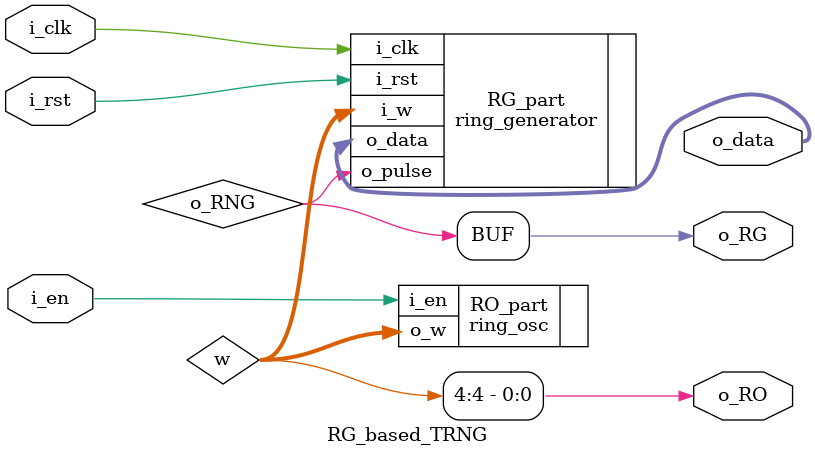
<source format=v>
`timescale 1ns / 1ps

(* dont_touch = "yes"*)
module RG_based_TRNG#
	(
		parameter NO_INVs = 5      // Degree polynominal		
	)(
		
		input i_clk,
		input i_rst, 
		input i_en,
		output o_RO,
		output o_RG,
		output [31:0] o_data
	);
	
	(* dont_touch = "yes"*) wire [NO_INVs-1:0]w;
	(* dont_touch = "yes"*) wire o_RNG;
	
	// ring_osc part
	ring_osc #(NO_INVs) RO_part(
		.i_en(i_en),
		.o_w(w));
	
	// ring_generator part
	ring_generator #(NO_INVs) RG_part(
		.i_clk(i_clk), 
		.i_rst(i_rst), 
		.i_w(w), 
		.o_pulse(o_RNG),
		.o_data(o_data));	
	
	/* output */
	assign o_RO = w[NO_INVs-1];
	assign o_RG = o_RNG;
endmodule

</source>
